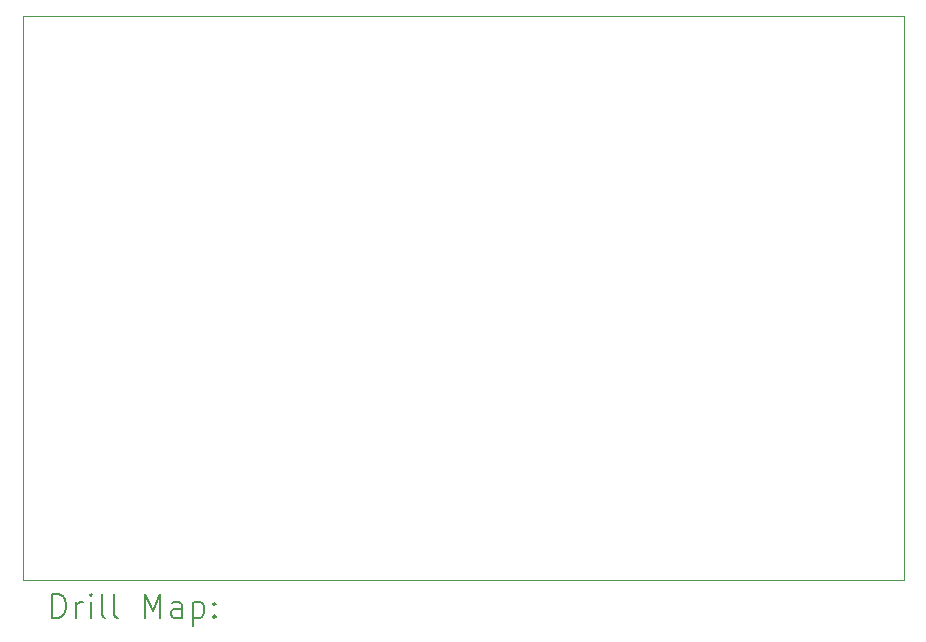
<source format=gbr>
%TF.GenerationSoftware,KiCad,Pcbnew,(6.0.11)*%
%TF.CreationDate,2023-06-13T18:52:51+03:00*%
%TF.ProjectId,flyback_48V_48W,666c7962-6163-46b5-9f34-38565f343857,rev?*%
%TF.SameCoordinates,Original*%
%TF.FileFunction,Drillmap*%
%TF.FilePolarity,Positive*%
%FSLAX45Y45*%
G04 Gerber Fmt 4.5, Leading zero omitted, Abs format (unit mm)*
G04 Created by KiCad (PCBNEW (6.0.11)) date 2023-06-13 18:52:51*
%MOMM*%
%LPD*%
G01*
G04 APERTURE LIST*
%ADD10C,0.100000*%
%ADD11C,0.200000*%
G04 APERTURE END LIST*
D10*
X10070000Y-3700000D02*
X17530000Y-3700000D01*
X17530000Y-3700000D02*
X17530000Y-8480000D01*
X17530000Y-8480000D02*
X10070000Y-8480000D01*
X10070000Y-8480000D02*
X10070000Y-3700000D01*
D11*
X10322619Y-8795476D02*
X10322619Y-8595476D01*
X10370238Y-8595476D01*
X10398810Y-8605000D01*
X10417857Y-8624048D01*
X10427381Y-8643095D01*
X10436905Y-8681190D01*
X10436905Y-8709762D01*
X10427381Y-8747857D01*
X10417857Y-8766905D01*
X10398810Y-8785952D01*
X10370238Y-8795476D01*
X10322619Y-8795476D01*
X10522619Y-8795476D02*
X10522619Y-8662143D01*
X10522619Y-8700238D02*
X10532143Y-8681190D01*
X10541667Y-8671667D01*
X10560714Y-8662143D01*
X10579762Y-8662143D01*
X10646429Y-8795476D02*
X10646429Y-8662143D01*
X10646429Y-8595476D02*
X10636905Y-8605000D01*
X10646429Y-8614524D01*
X10655952Y-8605000D01*
X10646429Y-8595476D01*
X10646429Y-8614524D01*
X10770238Y-8795476D02*
X10751190Y-8785952D01*
X10741667Y-8766905D01*
X10741667Y-8595476D01*
X10875000Y-8795476D02*
X10855952Y-8785952D01*
X10846429Y-8766905D01*
X10846429Y-8595476D01*
X11103571Y-8795476D02*
X11103571Y-8595476D01*
X11170238Y-8738333D01*
X11236905Y-8595476D01*
X11236905Y-8795476D01*
X11417857Y-8795476D02*
X11417857Y-8690714D01*
X11408333Y-8671667D01*
X11389286Y-8662143D01*
X11351190Y-8662143D01*
X11332143Y-8671667D01*
X11417857Y-8785952D02*
X11398809Y-8795476D01*
X11351190Y-8795476D01*
X11332143Y-8785952D01*
X11322619Y-8766905D01*
X11322619Y-8747857D01*
X11332143Y-8728810D01*
X11351190Y-8719286D01*
X11398809Y-8719286D01*
X11417857Y-8709762D01*
X11513095Y-8662143D02*
X11513095Y-8862143D01*
X11513095Y-8671667D02*
X11532143Y-8662143D01*
X11570238Y-8662143D01*
X11589286Y-8671667D01*
X11598809Y-8681190D01*
X11608333Y-8700238D01*
X11608333Y-8757381D01*
X11598809Y-8776429D01*
X11589286Y-8785952D01*
X11570238Y-8795476D01*
X11532143Y-8795476D01*
X11513095Y-8785952D01*
X11694048Y-8776429D02*
X11703571Y-8785952D01*
X11694048Y-8795476D01*
X11684524Y-8785952D01*
X11694048Y-8776429D01*
X11694048Y-8795476D01*
X11694048Y-8671667D02*
X11703571Y-8681190D01*
X11694048Y-8690714D01*
X11684524Y-8681190D01*
X11694048Y-8671667D01*
X11694048Y-8690714D01*
M02*

</source>
